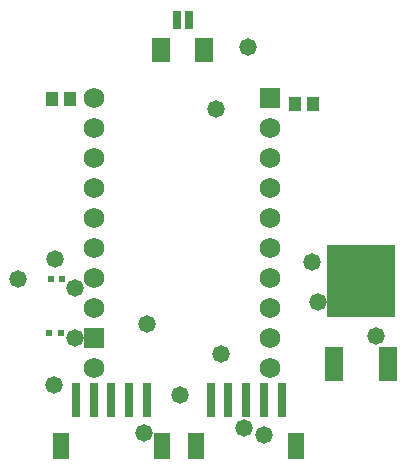
<source format=gts>
G04*
G04 #@! TF.GenerationSoftware,Altium Limited,Altium Designer,21.6.4 (81)*
G04*
G04 Layer_Color=8388736*
%FSLAX44Y44*%
%MOMM*%
G71*
G04*
G04 #@! TF.SameCoordinates,662A1053-D2FE-41ED-9168-75848B50F108*
G04*
G04*
G04 #@! TF.FilePolarity,Negative*
G04*
G01*
G75*
%ADD15R,0.5000X0.6000*%
%ADD16R,1.3970X2.2098*%
%ADD17R,0.7112X2.9972*%
%ADD18R,1.0057X1.3082*%
%ADD19R,1.4986X2.1082*%
%ADD20R,0.6604X1.5494*%
%ADD21R,1.6000X3.0000*%
%ADD22R,5.8000X6.2000*%
%ADD23C,1.7272*%
%ADD24R,1.7272X1.7272*%
%ADD25C,1.4732*%
D15*
X692230Y1233170D02*
D03*
X702230D02*
D03*
X703500Y1278890D02*
D03*
X693500D02*
D03*
D16*
X816610Y1137920D02*
D03*
X901610D02*
D03*
X702400D02*
D03*
X787400D02*
D03*
D17*
X829110Y1176940D02*
D03*
X844110D02*
D03*
X859110D02*
D03*
X874110D02*
D03*
X889110D02*
D03*
X714900D02*
D03*
X729900D02*
D03*
X744900D02*
D03*
X759900D02*
D03*
X774900D02*
D03*
D18*
X709572Y1431290D02*
D03*
X695048D02*
D03*
X915312Y1427480D02*
D03*
X900788D02*
D03*
D19*
X823260Y1473350D02*
D03*
X787260D02*
D03*
D20*
X810260Y1498600D02*
D03*
X800260D02*
D03*
D21*
X979160Y1206720D02*
D03*
X933460D02*
D03*
D22*
X956310Y1277620D02*
D03*
D23*
X730340Y1330960D02*
D03*
Y1356360D02*
D03*
Y1381760D02*
D03*
Y1407160D02*
D03*
Y1432560D02*
D03*
X878840Y1203960D02*
D03*
Y1229360D02*
D03*
Y1254760D02*
D03*
Y1280160D02*
D03*
Y1305560D02*
D03*
Y1330960D02*
D03*
Y1356360D02*
D03*
Y1381760D02*
D03*
Y1407160D02*
D03*
X730340Y1305560D02*
D03*
Y1280160D02*
D03*
Y1254760D02*
D03*
Y1203960D02*
D03*
D24*
X878840Y1432560D02*
D03*
X730340Y1229360D02*
D03*
D25*
X857250Y1152906D02*
D03*
X969264Y1231138D02*
D03*
X713740Y1271270D02*
D03*
X874110Y1146906D02*
D03*
X833320Y1422908D02*
D03*
X915162Y1293114D02*
D03*
X666242Y1278890D02*
D03*
X774900Y1240790D02*
D03*
X713740Y1229106D02*
D03*
X772160Y1148334D02*
D03*
X837438Y1215390D02*
D03*
X695960Y1189322D02*
D03*
X802640Y1181100D02*
D03*
X919988Y1259840D02*
D03*
X860806Y1475740D02*
D03*
X696976Y1295908D02*
D03*
M02*

</source>
